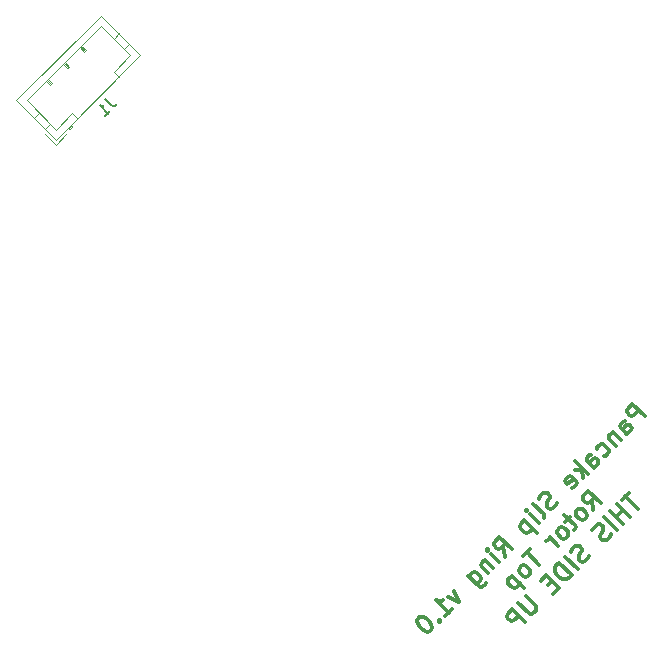
<source format=gbr>
G04 #@! TF.GenerationSoftware,KiCad,Pcbnew,(5.0.2)-1*
G04 #@! TF.CreationDate,2019-06-21T17:09:31-07:00*
G04 #@! TF.ProjectId,slip_ring_rotor,736c6970-5f72-4696-9e67-5f726f746f72,rev?*
G04 #@! TF.SameCoordinates,Original*
G04 #@! TF.FileFunction,Legend,Bot*
G04 #@! TF.FilePolarity,Positive*
%FSLAX46Y46*%
G04 Gerber Fmt 4.6, Leading zero omitted, Abs format (unit mm)*
G04 Created by KiCad (PCBNEW (5.0.2)-1) date 6/21/2019 5:09:31 PM*
%MOMM*%
%LPD*%
G01*
G04 APERTURE LIST*
%ADD10C,0.300000*%
%ADD11C,0.120000*%
%ADD12C,0.150000*%
G04 APERTURE END LIST*
D10*
X26869088Y-7484312D02*
X25808428Y-6423652D01*
X25404367Y-6827713D01*
X25353859Y-6979236D01*
X25353859Y-7080251D01*
X25404367Y-7231774D01*
X25555890Y-7383297D01*
X25707413Y-7433804D01*
X25808428Y-7433804D01*
X25959951Y-7383297D01*
X26364012Y-6979236D01*
X25353859Y-8999541D02*
X24798275Y-8443957D01*
X24747768Y-8292434D01*
X24798275Y-8140911D01*
X25000306Y-7938880D01*
X25151829Y-7888373D01*
X25303352Y-8949033D02*
X25454875Y-8898525D01*
X25707413Y-8645987D01*
X25757920Y-8494464D01*
X25707413Y-8342941D01*
X25606397Y-8241926D01*
X25454875Y-8191419D01*
X25303352Y-8241926D01*
X25050814Y-8494464D01*
X24899291Y-8544972D01*
X24141676Y-8797510D02*
X24848783Y-9504617D01*
X24242691Y-8898525D02*
X24141676Y-8898525D01*
X23990153Y-8949033D01*
X23838630Y-9100556D01*
X23788123Y-9252079D01*
X23838630Y-9403602D01*
X24394214Y-9959186D01*
X23384062Y-10868323D02*
X23535585Y-10817815D01*
X23737615Y-10615785D01*
X23788123Y-10464262D01*
X23788123Y-10363247D01*
X23737615Y-10211724D01*
X23434569Y-9908678D01*
X23283047Y-9858170D01*
X23182031Y-9858170D01*
X23030508Y-9908678D01*
X22828478Y-10110708D01*
X22777970Y-10262231D01*
X22525432Y-11827968D02*
X21969848Y-11272384D01*
X21919341Y-11120861D01*
X21969848Y-10969338D01*
X22171879Y-10767308D01*
X22323402Y-10716800D01*
X22474925Y-11777460D02*
X22626447Y-11726952D01*
X22878986Y-11474414D01*
X22929493Y-11322891D01*
X22878986Y-11171369D01*
X22777970Y-11070353D01*
X22626447Y-11019846D01*
X22474925Y-11070353D01*
X22222386Y-11322891D01*
X22070864Y-11373399D01*
X22020356Y-12333044D02*
X20959696Y-11272384D01*
X21515280Y-12029998D02*
X21616295Y-12737105D01*
X20909188Y-12029998D02*
X21717310Y-12029998D01*
X20707158Y-13545227D02*
X20858680Y-13494719D01*
X21060711Y-13292689D01*
X21111219Y-13141166D01*
X21060711Y-12989643D01*
X20656650Y-12585582D01*
X20505127Y-12535075D01*
X20353604Y-12585582D01*
X20151574Y-12787613D01*
X20101066Y-12939136D01*
X20151574Y-13090658D01*
X20252589Y-13191674D01*
X20858680Y-12787613D01*
X19444467Y-14807918D02*
X19343452Y-15009948D01*
X19090914Y-15262486D01*
X18939391Y-15312994D01*
X18838375Y-15312994D01*
X18686853Y-15262486D01*
X18585837Y-15161471D01*
X18535330Y-15009948D01*
X18535330Y-14908933D01*
X18585837Y-14757410D01*
X18737360Y-14504872D01*
X18787868Y-14353349D01*
X18787868Y-14252334D01*
X18737360Y-14100811D01*
X18636345Y-13999796D01*
X18484822Y-13949288D01*
X18383807Y-13949288D01*
X18232284Y-13999796D01*
X17979746Y-14252334D01*
X17878730Y-14454364D01*
X18282791Y-16070608D02*
X18333299Y-15919086D01*
X18282791Y-15767563D01*
X17373654Y-14858425D01*
X17878730Y-16474669D02*
X17171624Y-15767563D01*
X16818070Y-15414009D02*
X16919086Y-15414009D01*
X16919086Y-15515025D01*
X16818070Y-15515025D01*
X16818070Y-15414009D01*
X16919086Y-15515025D01*
X16666547Y-16272639D02*
X17727208Y-17333299D01*
X16717055Y-16323147D02*
X16565532Y-16373654D01*
X16363502Y-16575685D01*
X16312994Y-16727208D01*
X16312994Y-16828223D01*
X16363502Y-16979746D01*
X16666547Y-17282791D01*
X16818070Y-17333299D01*
X16919086Y-17333299D01*
X17070608Y-17282791D01*
X17272639Y-17080761D01*
X17323147Y-16929238D01*
X14999796Y-19353604D02*
X14848273Y-18494975D01*
X15605887Y-18747513D02*
X14545227Y-17686853D01*
X14141166Y-18090914D01*
X14090658Y-18242436D01*
X14090658Y-18343452D01*
X14141166Y-18494975D01*
X14292689Y-18646497D01*
X14444212Y-18697005D01*
X14545227Y-18697005D01*
X14696750Y-18646497D01*
X15100811Y-18242436D01*
X14545227Y-19808173D02*
X13838120Y-19101066D01*
X13484567Y-18747513D02*
X13585582Y-18747513D01*
X13585582Y-18848528D01*
X13484567Y-18848528D01*
X13484567Y-18747513D01*
X13585582Y-18848528D01*
X13333044Y-19606142D02*
X14040151Y-20313249D01*
X13434059Y-19707158D02*
X13333044Y-19707158D01*
X13181521Y-19757665D01*
X13029998Y-19909188D01*
X12979491Y-20060711D01*
X13029998Y-20212234D01*
X13585582Y-20767818D01*
X11918830Y-21020356D02*
X12777460Y-21878986D01*
X12928983Y-21929493D01*
X13029998Y-21929493D01*
X13181521Y-21878986D01*
X13333044Y-21727463D01*
X13383552Y-21575940D01*
X12575430Y-21676955D02*
X12726952Y-21626447D01*
X12928983Y-21424417D01*
X12979491Y-21272894D01*
X12979491Y-21171879D01*
X12928983Y-21020356D01*
X12625937Y-20717310D01*
X12474414Y-20666803D01*
X12373399Y-20666803D01*
X12221876Y-20717310D01*
X12019846Y-20919341D01*
X11969338Y-21070864D01*
X10706647Y-22232539D02*
X11161216Y-23192184D01*
X10201571Y-22737615D01*
X9949033Y-24404367D02*
X10555125Y-23798275D01*
X10252079Y-24101321D02*
X9191419Y-23040661D01*
X9443957Y-23091169D01*
X9645987Y-23091169D01*
X9797510Y-23040661D01*
X9393449Y-24757920D02*
X9393449Y-24858936D01*
X9494464Y-24858936D01*
X9494464Y-24757920D01*
X9393449Y-24757920D01*
X9494464Y-24858936D01*
X7726697Y-24505382D02*
X7625682Y-24606397D01*
X7575175Y-24757920D01*
X7575175Y-24858936D01*
X7625682Y-25010458D01*
X7777205Y-25262997D01*
X8029743Y-25515535D01*
X8282281Y-25667058D01*
X8433804Y-25717565D01*
X8534819Y-25717565D01*
X8686342Y-25667058D01*
X8787358Y-25566042D01*
X8837865Y-25414519D01*
X8837865Y-25313504D01*
X8787358Y-25161981D01*
X8635835Y-24909443D01*
X8383297Y-24656905D01*
X8130758Y-24505382D01*
X7979236Y-24454875D01*
X7878220Y-24454875D01*
X7726697Y-24505382D01*
X22510280Y-15449364D02*
X22358757Y-14590735D01*
X23116371Y-14843273D02*
X22055711Y-13782613D01*
X21651650Y-14186674D01*
X21601142Y-14338197D01*
X21601142Y-14439212D01*
X21651650Y-14590735D01*
X21803173Y-14742258D01*
X21954696Y-14792765D01*
X22055711Y-14792765D01*
X22207234Y-14742258D01*
X22611295Y-14338197D01*
X21904188Y-16055456D02*
X21954696Y-15903933D01*
X21954696Y-15802918D01*
X21904188Y-15651395D01*
X21601142Y-15348349D01*
X21449619Y-15297841D01*
X21348604Y-15297841D01*
X21197081Y-15348349D01*
X21045558Y-15499872D01*
X20995051Y-15651395D01*
X20995051Y-15752410D01*
X21045558Y-15903933D01*
X21348604Y-16206979D01*
X21500127Y-16257486D01*
X21601142Y-16257486D01*
X21752665Y-16206979D01*
X21904188Y-16055456D01*
X20540482Y-16004948D02*
X20136421Y-16409009D01*
X20035406Y-15802918D02*
X20944543Y-16712055D01*
X20995051Y-16863578D01*
X20944543Y-17015101D01*
X20843528Y-17116116D01*
X20338452Y-17621192D02*
X20388959Y-17469669D01*
X20388959Y-17368654D01*
X20338452Y-17217131D01*
X20035406Y-16914086D01*
X19883883Y-16863578D01*
X19782868Y-16863578D01*
X19631345Y-16914086D01*
X19479822Y-17065608D01*
X19429314Y-17217131D01*
X19429314Y-17318147D01*
X19479822Y-17469669D01*
X19782868Y-17772715D01*
X19934391Y-17823223D01*
X20035406Y-17823223D01*
X20186929Y-17772715D01*
X20338452Y-17621192D01*
X19530330Y-18429314D02*
X18823223Y-17722208D01*
X19025253Y-17924238D02*
X18873730Y-17873730D01*
X18772715Y-17873730D01*
X18621192Y-17924238D01*
X18520177Y-18025253D01*
X17156471Y-18681852D02*
X16550380Y-19287944D01*
X17914086Y-20045558D02*
X16853425Y-18984898D01*
X17105963Y-20853680D02*
X17156471Y-20702158D01*
X17156471Y-20601142D01*
X17105963Y-20449619D01*
X16802918Y-20146574D01*
X16651395Y-20096066D01*
X16550380Y-20096066D01*
X16398857Y-20146574D01*
X16247334Y-20298097D01*
X16196826Y-20449619D01*
X16196826Y-20550635D01*
X16247334Y-20702158D01*
X16550380Y-21005203D01*
X16701902Y-21055711D01*
X16802918Y-21055711D01*
X16954441Y-21005203D01*
X17105963Y-20853680D01*
X15590735Y-20954696D02*
X16651395Y-22015356D01*
X15641242Y-21005203D02*
X15489719Y-21055711D01*
X15287689Y-21257741D01*
X15237181Y-21409264D01*
X15237181Y-21510280D01*
X15287689Y-21661802D01*
X15590735Y-21964848D01*
X15742258Y-22015356D01*
X15843273Y-22015356D01*
X15994796Y-21964848D01*
X16196826Y-21762818D01*
X16247334Y-21611295D01*
X25500331Y-13944237D02*
X24894239Y-14550328D01*
X26257945Y-15307943D02*
X25197285Y-14247283D01*
X25601346Y-15964542D02*
X24540686Y-14903882D01*
X25045762Y-15408958D02*
X24439671Y-16015049D01*
X24995255Y-16570633D02*
X23934594Y-15509973D01*
X24490178Y-17075710D02*
X23429518Y-16015049D01*
X23985102Y-17479771D02*
X23884087Y-17681801D01*
X23631549Y-17934339D01*
X23480026Y-17984847D01*
X23379010Y-17984847D01*
X23227488Y-17934339D01*
X23126472Y-17833324D01*
X23075965Y-17681801D01*
X23075965Y-17580786D01*
X23126472Y-17429263D01*
X23277995Y-17176725D01*
X23328503Y-17025202D01*
X23328503Y-16924187D01*
X23277995Y-16772664D01*
X23176980Y-16671649D01*
X23025457Y-16621141D01*
X22924442Y-16621141D01*
X22772919Y-16671649D01*
X22520381Y-16924187D01*
X22419366Y-17126217D01*
X22166827Y-19298045D02*
X22065812Y-19500076D01*
X21813274Y-19752614D01*
X21661751Y-19803122D01*
X21560736Y-19803122D01*
X21409213Y-19752614D01*
X21308198Y-19651599D01*
X21257690Y-19500076D01*
X21257690Y-19399060D01*
X21308198Y-19247538D01*
X21459721Y-18994999D01*
X21510228Y-18843477D01*
X21510228Y-18742461D01*
X21459721Y-18590938D01*
X21358705Y-18489923D01*
X21207183Y-18439416D01*
X21106167Y-18439416D01*
X20954644Y-18489923D01*
X20702106Y-18742461D01*
X20601091Y-18944492D01*
X21156675Y-20409213D02*
X20096015Y-19348553D01*
X20651599Y-20914289D02*
X19590938Y-19853629D01*
X19338400Y-20106167D01*
X19237385Y-20308198D01*
X19237385Y-20510228D01*
X19287893Y-20661751D01*
X19439416Y-20914289D01*
X19590938Y-21065812D01*
X19843477Y-21217335D01*
X19994999Y-21267843D01*
X20197030Y-21267843D01*
X20399060Y-21166827D01*
X20651599Y-20914289D01*
X19035355Y-21419366D02*
X18681801Y-21772919D01*
X19085862Y-22480026D02*
X19590938Y-21974949D01*
X18530278Y-20914289D01*
X18025202Y-21419366D01*
X16762511Y-22682056D02*
X17621141Y-23540686D01*
X17671649Y-23692209D01*
X17671649Y-23793224D01*
X17621141Y-23944747D01*
X17419110Y-24146777D01*
X17267588Y-24197285D01*
X17166572Y-24197285D01*
X17015049Y-24146777D01*
X16156420Y-23288148D01*
X16712004Y-24853884D02*
X15651344Y-23793224D01*
X15247283Y-24197285D01*
X15196775Y-24348808D01*
X15196775Y-24449823D01*
X15247283Y-24601346D01*
X15398805Y-24752869D01*
X15550328Y-24803377D01*
X15651344Y-24803377D01*
X15802866Y-24752869D01*
X16206927Y-24348808D01*
D11*
G04 #@! TO.C,J1*
X-23005204Y15510806D02*
X-23889087Y16394689D01*
X-22121320Y16394689D02*
X-23005204Y15510806D01*
X-20919239Y23833453D02*
X-20565685Y23479899D01*
X-20494975Y23550610D02*
X-20848528Y23904163D01*
X-20636396Y23409188D02*
X-20494975Y23550610D01*
X-20989949Y23762742D02*
X-20636396Y23409188D01*
X-22333452Y22419239D02*
X-21979899Y22065686D01*
X-21909188Y22136396D02*
X-22262742Y22489950D01*
X-22050610Y21994975D02*
X-21909188Y22136396D01*
X-22404163Y22348528D02*
X-22050610Y21994975D01*
X-23747666Y21005025D02*
X-23394112Y20651472D01*
X-23323402Y20722183D02*
X-23676955Y21075736D01*
X-23464823Y20580761D02*
X-23323402Y20722183D01*
X-23818376Y20934315D02*
X-23464823Y20580761D01*
X-17694832Y24936539D02*
X-18126167Y24505204D01*
X-16775593Y24017300D02*
X-17206928Y23585965D01*
X-24850752Y17780618D02*
X-24419417Y18211954D01*
X-23931514Y16861380D02*
X-23500178Y17292715D01*
X-18090812Y21712132D02*
X-17659476Y21280797D01*
X-16711953Y23090990D02*
X-18090812Y21712132D01*
X-19186827Y25565864D02*
X-16711953Y23090990D01*
X-25480077Y19272614D02*
X-19186827Y25565864D01*
X-23005204Y16797740D02*
X-25480077Y19272614D01*
X-21626345Y18176598D02*
X-23005204Y16797740D01*
X-21195010Y17745263D02*
X-21626345Y18176598D01*
X-21689985Y17108867D02*
X-21902117Y16896735D01*
X-21831406Y16826024D02*
X-21972828Y16967446D01*
X-21619274Y17038156D02*
X-21831406Y16826024D01*
X-21760696Y17179578D02*
X-21619274Y17038156D01*
X-15849283Y23090990D02*
X-23005204Y15935070D01*
X-19186827Y26428534D02*
X-15849283Y23090990D01*
X-26342748Y19272614D02*
X-19186827Y26428534D01*
X-23005204Y15935070D02*
X-26342748Y19272614D01*
D12*
X-18808019Y19365211D02*
X-18302943Y18860135D01*
X-18168256Y18792791D01*
X-18033569Y18792791D01*
X-17898882Y18860135D01*
X-17831539Y18927478D01*
X-18808019Y17950997D02*
X-18403958Y18355058D01*
X-18605989Y18153028D02*
X-19313096Y18860135D01*
X-19144737Y18826463D01*
X-19010050Y18826463D01*
X-18909035Y18860135D01*
G04 #@! TD*
M02*

</source>
